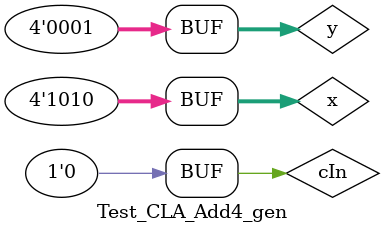
<source format=v>
`include "CLA_Add4_gen.v"

module Test_CLA_Add4_gen;
    reg [3:0] x, y;
    reg cIn;
    wire [3:0] s;
    wire cOut;

    CLA_Add4_gen f(x, y, cIn, s, cOut);
    

    initial
        begin
        
/*        
            #0
            x = 4'h0;
            y = 4'h0;
            cIn = 1'b0;        
*/       
            
            x = 4'ha;
            y = 4'h1;
            cIn = 1'b0;
            
            #4
            
            
    $monitor("\n\nInput:\n\n  x = %H\n  y = %H\n  cIn = %b\n\nOutput:\n\n  s = %H\n\n  cOut = %b\n\n", x, y, cIn, s, cOut);
       
    end
    



endmodule

</source>
